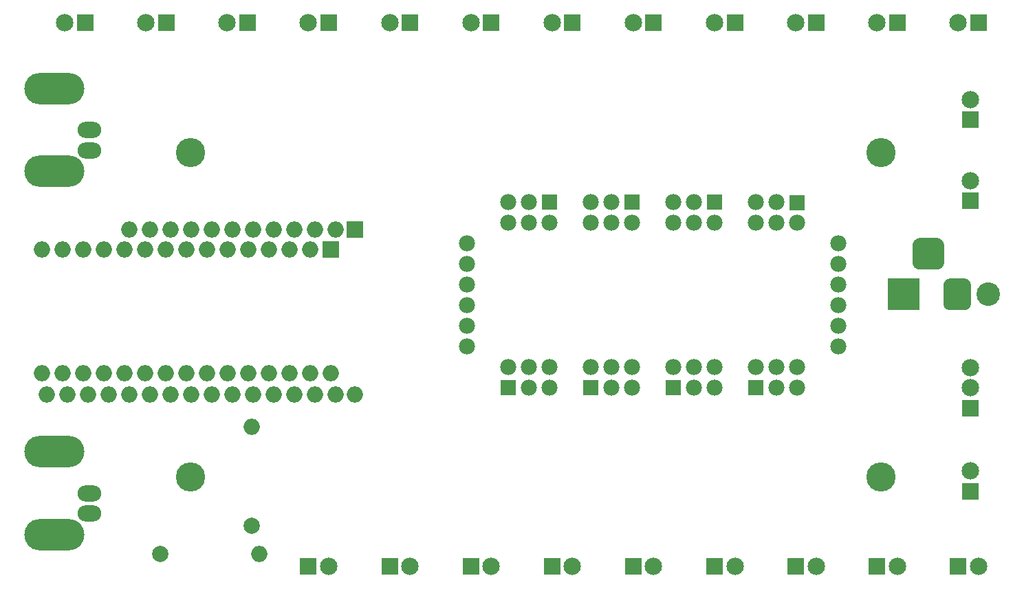
<source format=gbr>
G04 #@! TF.GenerationSoftware,KiCad,Pcbnew,(5.0.0)*
G04 #@! TF.CreationDate,2019-02-19T16:21:58+01:00*
G04 #@! TF.ProjectId,Multi Chromatic Stimulator,4D756C7469204368726F6D6174696320,rev?*
G04 #@! TF.SameCoordinates,Original*
G04 #@! TF.FileFunction,Soldermask,Bot*
G04 #@! TF.FilePolarity,Negative*
%FSLAX46Y46*%
G04 Gerber Fmt 4.6, Leading zero omitted, Abs format (unit mm)*
G04 Created by KiCad (PCBNEW (5.0.0)) date 02/19/19 16:21:58*
%MOMM*%
%LPD*%
G01*
G04 APERTURE LIST*
%ADD10C,2.150000*%
%ADD11R,2.150000X2.150000*%
%ADD12O,2.000000X2.000000*%
%ADD13C,2.000000*%
%ADD14R,2.000000X2.000000*%
%ADD15C,3.600000*%
%ADD16C,1.981200*%
%ADD17R,1.981200X1.981200*%
%ADD18O,2.899360X2.000200*%
%ADD19O,7.400240X3.900120*%
%ADD20C,2.900000*%
%ADD21R,3.900000X3.900000*%
%ADD22C,0.100000*%
%ADD23C,3.400000*%
%ADD24C,3.900000*%
G04 APERTURE END LIST*
D10*
G04 #@! TO.C,*
X69500000Y-49000000D03*
D11*
X72000000Y-49000000D03*
G04 #@! TD*
D10*
G04 #@! TO.C,*
X79500000Y-49000000D03*
D11*
X82000000Y-49000000D03*
G04 #@! TD*
D10*
G04 #@! TO.C,*
X89500000Y-49000000D03*
D11*
X92000000Y-49000000D03*
G04 #@! TD*
D10*
G04 #@! TO.C,*
X99500000Y-49000000D03*
D11*
X102000000Y-49000000D03*
G04 #@! TD*
D10*
G04 #@! TO.C,*
X109500000Y-49000000D03*
D11*
X112000000Y-49000000D03*
G04 #@! TD*
D10*
G04 #@! TO.C,*
X119500000Y-49000000D03*
D11*
X122000000Y-49000000D03*
G04 #@! TD*
D10*
G04 #@! TO.C,*
X129500000Y-49000000D03*
D11*
X132000000Y-49000000D03*
G04 #@! TD*
D10*
G04 #@! TO.C,*
X139500000Y-49000000D03*
D11*
X142000000Y-49000000D03*
G04 #@! TD*
D10*
G04 #@! TO.C,*
X149500000Y-49000000D03*
D11*
X152000000Y-49000000D03*
G04 #@! TD*
D10*
G04 #@! TO.C,*
X159500000Y-49000000D03*
D11*
X162000000Y-49000000D03*
G04 #@! TD*
D10*
G04 #@! TO.C,*
X169500000Y-49000000D03*
D11*
X172000000Y-49000000D03*
G04 #@! TD*
D10*
G04 #@! TO.C,*
X179500000Y-49000000D03*
D11*
X182000000Y-49000000D03*
G04 #@! TD*
G04 #@! TO.C,*
X181000000Y-61000000D03*
D10*
X181000000Y-58500000D03*
G04 #@! TD*
D11*
G04 #@! TO.C,*
X181000000Y-71000000D03*
D10*
X181000000Y-68500000D03*
G04 #@! TD*
D11*
G04 #@! TO.C,*
X181000000Y-106750000D03*
D10*
X181000000Y-104250000D03*
G04 #@! TD*
G04 #@! TO.C,*
X182000000Y-116000000D03*
D11*
X179500000Y-116000000D03*
G04 #@! TD*
D10*
G04 #@! TO.C,*
X172000000Y-116000000D03*
D11*
X169500000Y-116000000D03*
G04 #@! TD*
D10*
G04 #@! TO.C,*
X162000000Y-116000000D03*
D11*
X159500000Y-116000000D03*
G04 #@! TD*
D10*
G04 #@! TO.C,*
X152000000Y-116000000D03*
D11*
X149500000Y-116000000D03*
G04 #@! TD*
D10*
G04 #@! TO.C,*
X142000000Y-116000000D03*
D11*
X139500000Y-116000000D03*
G04 #@! TD*
D10*
G04 #@! TO.C,*
X132000000Y-116000000D03*
D11*
X129500000Y-116000000D03*
G04 #@! TD*
D10*
G04 #@! TO.C,*
X122000000Y-116000000D03*
D11*
X119500000Y-116000000D03*
G04 #@! TD*
D10*
G04 #@! TO.C,*
X112000000Y-116000000D03*
D11*
X109500000Y-116000000D03*
G04 #@! TD*
G04 #@! TO.C,*
X99500000Y-116000000D03*
D10*
X102000000Y-116000000D03*
G04 #@! TD*
D12*
G04 #@! TO.C,*
X93430000Y-114500000D03*
D13*
X81250000Y-114500000D03*
G04 #@! TD*
D14*
G04 #@! TO.C,*
X105250000Y-74500000D03*
D12*
X72330000Y-94830000D03*
X102810000Y-74500000D03*
X74870000Y-94830000D03*
X100270000Y-74500000D03*
X77410000Y-94830000D03*
X97730000Y-74500000D03*
X79950000Y-94830000D03*
X95190000Y-74500000D03*
X82490000Y-94830000D03*
X92650000Y-74500000D03*
X85030000Y-94830000D03*
X90110000Y-74500000D03*
X87570000Y-94830000D03*
X87570000Y-74500000D03*
X90110000Y-94830000D03*
X85030000Y-74500000D03*
X92650000Y-94830000D03*
X82490000Y-74500000D03*
X95190000Y-94830000D03*
X79950000Y-74500000D03*
X97730000Y-94830000D03*
X77410000Y-74500000D03*
X100270000Y-94830000D03*
X102810000Y-94830000D03*
X105250000Y-94830000D03*
X69790000Y-94830000D03*
X67250000Y-94830000D03*
G04 #@! TD*
D15*
G04 #@! TO.C,*
X85000000Y-65000000D03*
G04 #@! TD*
G04 #@! TO.C,*
X85000000Y-105000000D03*
G04 #@! TD*
G04 #@! TO.C,*
X170000000Y-105000000D03*
G04 #@! TD*
D16*
G04 #@! TO.C,*
X134255000Y-73660000D03*
X134255000Y-71120000D03*
X129175000Y-73660000D03*
X126635000Y-71120000D03*
X126635000Y-73660000D03*
X124095000Y-71120000D03*
X124095000Y-73660000D03*
X136795000Y-71120000D03*
X136795000Y-73660000D03*
X139335000Y-73660000D03*
X146955000Y-71120000D03*
X144415000Y-71120000D03*
X144415000Y-73660000D03*
X146955000Y-73660000D03*
X149495000Y-73660000D03*
X154575000Y-73660000D03*
X154575000Y-71120000D03*
X157115000Y-71120000D03*
X157115000Y-73660000D03*
X159655000Y-73660000D03*
X159655000Y-91440000D03*
X159655000Y-93980000D03*
X157115000Y-93980000D03*
X157115000Y-91440000D03*
X154575000Y-91440000D03*
X149495000Y-93980000D03*
X146955000Y-93980000D03*
X149495000Y-91440000D03*
X146955000Y-91440000D03*
X144415000Y-91440000D03*
D17*
X129175000Y-71120000D03*
X139335000Y-71120000D03*
X149495000Y-71120000D03*
X159655000Y-71250000D03*
X154575000Y-93980000D03*
X144415000Y-93980000D03*
D16*
X139335000Y-93980000D03*
X136795000Y-93980000D03*
D17*
X134255000Y-93980000D03*
D16*
X139335000Y-91440000D03*
X136795000Y-91440000D03*
X134255000Y-91440000D03*
X129175000Y-93980000D03*
X126635000Y-93980000D03*
D17*
X124095000Y-93980000D03*
D16*
X129175000Y-91440000D03*
X126635000Y-91440000D03*
X124095000Y-91440000D03*
X119015000Y-76200000D03*
X119015000Y-78740000D03*
X119015000Y-81280000D03*
X119015000Y-83820000D03*
X119015000Y-86370000D03*
X119015000Y-88890000D03*
X164735000Y-88900000D03*
X164735000Y-86360000D03*
X164735000Y-83820000D03*
X164735000Y-81280000D03*
X164735000Y-78740000D03*
X164735000Y-76200000D03*
G04 #@! TD*
D18*
G04 #@! TO.C,*
X72501260Y-64749360D03*
X72501260Y-62250000D03*
D19*
X68236600Y-57149680D03*
X68236600Y-67347780D03*
G04 #@! TD*
D20*
G04 #@! TO.C,J2*
X183175000Y-82500000D03*
D21*
X172775000Y-82500000D03*
D22*
G36*
X180308315Y-80554093D02*
X180390827Y-80566333D01*
X180471742Y-80586601D01*
X180550281Y-80614702D01*
X180625687Y-80650367D01*
X180697235Y-80693251D01*
X180764234Y-80742941D01*
X180826041Y-80798959D01*
X180882059Y-80860766D01*
X180931749Y-80927765D01*
X180974633Y-80999313D01*
X181010298Y-81074719D01*
X181038399Y-81153258D01*
X181058667Y-81234173D01*
X181070907Y-81316685D01*
X181075000Y-81400000D01*
X181075000Y-83600000D01*
X181070907Y-83683315D01*
X181058667Y-83765827D01*
X181038399Y-83846742D01*
X181010298Y-83925281D01*
X180974633Y-84000687D01*
X180931749Y-84072235D01*
X180882059Y-84139234D01*
X180826041Y-84201041D01*
X180764234Y-84257059D01*
X180697235Y-84306749D01*
X180625687Y-84349633D01*
X180550281Y-84385298D01*
X180471742Y-84413399D01*
X180390827Y-84433667D01*
X180308315Y-84445907D01*
X180225000Y-84450000D01*
X178525000Y-84450000D01*
X178441685Y-84445907D01*
X178359173Y-84433667D01*
X178278258Y-84413399D01*
X178199719Y-84385298D01*
X178124313Y-84349633D01*
X178052765Y-84306749D01*
X177985766Y-84257059D01*
X177923959Y-84201041D01*
X177867941Y-84139234D01*
X177818251Y-84072235D01*
X177775367Y-84000687D01*
X177739702Y-83925281D01*
X177711601Y-83846742D01*
X177691333Y-83765827D01*
X177679093Y-83683315D01*
X177675000Y-83600000D01*
X177675000Y-81400000D01*
X177679093Y-81316685D01*
X177691333Y-81234173D01*
X177711601Y-81153258D01*
X177739702Y-81074719D01*
X177775367Y-80999313D01*
X177818251Y-80927765D01*
X177867941Y-80860766D01*
X177923959Y-80798959D01*
X177985766Y-80742941D01*
X178052765Y-80693251D01*
X178124313Y-80650367D01*
X178199719Y-80614702D01*
X178278258Y-80586601D01*
X178359173Y-80566333D01*
X178441685Y-80554093D01*
X178525000Y-80550000D01*
X180225000Y-80550000D01*
X180308315Y-80554093D01*
X180308315Y-80554093D01*
G37*
D23*
X179375000Y-82500000D03*
D22*
G36*
X176895567Y-75554695D02*
X176990213Y-75568734D01*
X177083028Y-75591983D01*
X177173116Y-75624217D01*
X177259612Y-75665127D01*
X177341681Y-75714317D01*
X177418533Y-75771315D01*
X177489429Y-75835571D01*
X177553685Y-75906467D01*
X177610683Y-75983319D01*
X177659873Y-76065388D01*
X177700783Y-76151884D01*
X177733017Y-76241972D01*
X177756266Y-76334787D01*
X177770305Y-76429433D01*
X177775000Y-76525000D01*
X177775000Y-78475000D01*
X177770305Y-78570567D01*
X177756266Y-78665213D01*
X177733017Y-78758028D01*
X177700783Y-78848116D01*
X177659873Y-78934612D01*
X177610683Y-79016681D01*
X177553685Y-79093533D01*
X177489429Y-79164429D01*
X177418533Y-79228685D01*
X177341681Y-79285683D01*
X177259612Y-79334873D01*
X177173116Y-79375783D01*
X177083028Y-79408017D01*
X176990213Y-79431266D01*
X176895567Y-79445305D01*
X176800000Y-79450000D01*
X174850000Y-79450000D01*
X174754433Y-79445305D01*
X174659787Y-79431266D01*
X174566972Y-79408017D01*
X174476884Y-79375783D01*
X174390388Y-79334873D01*
X174308319Y-79285683D01*
X174231467Y-79228685D01*
X174160571Y-79164429D01*
X174096315Y-79093533D01*
X174039317Y-79016681D01*
X173990127Y-78934612D01*
X173949217Y-78848116D01*
X173916983Y-78758028D01*
X173893734Y-78665213D01*
X173879695Y-78570567D01*
X173875000Y-78475000D01*
X173875000Y-76525000D01*
X173879695Y-76429433D01*
X173893734Y-76334787D01*
X173916983Y-76241972D01*
X173949217Y-76151884D01*
X173990127Y-76065388D01*
X174039317Y-75983319D01*
X174096315Y-75906467D01*
X174160571Y-75835571D01*
X174231467Y-75771315D01*
X174308319Y-75714317D01*
X174390388Y-75665127D01*
X174476884Y-75624217D01*
X174566972Y-75591983D01*
X174659787Y-75568734D01*
X174754433Y-75554695D01*
X174850000Y-75550000D01*
X176800000Y-75550000D01*
X176895567Y-75554695D01*
X176895567Y-75554695D01*
G37*
D24*
X175825000Y-77500000D03*
G04 #@! TD*
D19*
G04 #@! TO.C,*
X68236600Y-112097780D03*
X68236600Y-101899680D03*
D18*
X72501260Y-107000000D03*
X72501260Y-109499360D03*
G04 #@! TD*
D15*
G04 #@! TO.C,*
X170000000Y-65000000D03*
G04 #@! TD*
D12*
G04 #@! TO.C,*
X66690000Y-92240000D03*
X66690000Y-77000000D03*
X102250000Y-92240000D03*
X69230000Y-77000000D03*
X99710000Y-92240000D03*
X71770000Y-77000000D03*
X97170000Y-92240000D03*
X74310000Y-77000000D03*
X94630000Y-92240000D03*
X76850000Y-77000000D03*
X92090000Y-92240000D03*
X79390000Y-77000000D03*
X89550000Y-92240000D03*
X81930000Y-77000000D03*
X87010000Y-92240000D03*
X84470000Y-77000000D03*
X84470000Y-92240000D03*
X87010000Y-77000000D03*
X81930000Y-92240000D03*
X89550000Y-77000000D03*
X79390000Y-92240000D03*
X92090000Y-77000000D03*
X76850000Y-92240000D03*
X94630000Y-77000000D03*
X74310000Y-92240000D03*
X97170000Y-77000000D03*
X71770000Y-92240000D03*
X99710000Y-77000000D03*
X69230000Y-92240000D03*
D14*
X102250000Y-77000000D03*
G04 #@! TD*
D13*
G04 #@! TO.C,*
X92500000Y-111000000D03*
D12*
X92500000Y-98820000D03*
G04 #@! TD*
D11*
G04 #@! TO.C,*
X181000000Y-96500000D03*
D10*
X181000000Y-94000000D03*
X181000000Y-91500000D03*
G04 #@! TD*
M02*

</source>
